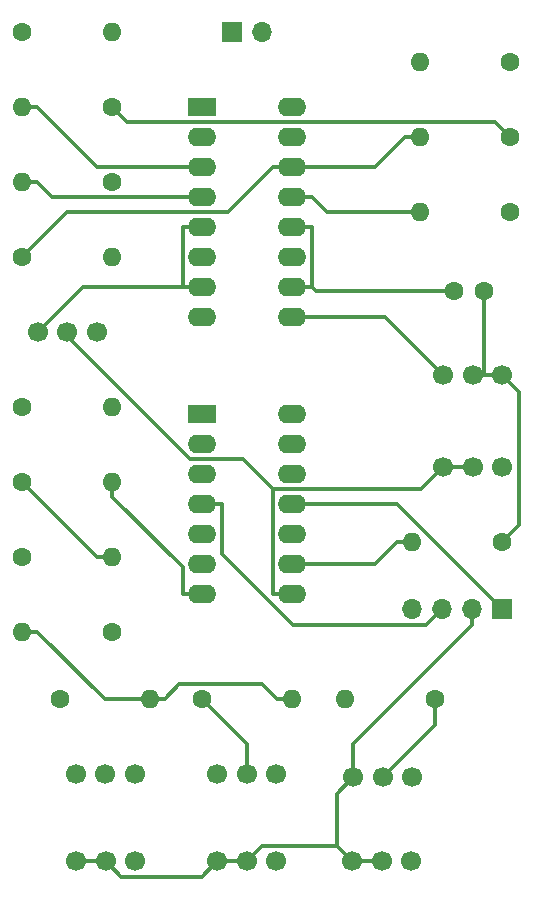
<source format=gbl>
%TF.GenerationSoftware,KiCad,Pcbnew,(5.1.12)-1*%
%TF.CreationDate,2021-11-26T16:16:20-08:00*%
%TF.ProjectId,VCF_LowPass,5643465f-4c6f-4775-9061-73732e6b6963,rev?*%
%TF.SameCoordinates,Original*%
%TF.FileFunction,Copper,L2,Bot*%
%TF.FilePolarity,Positive*%
%FSLAX46Y46*%
G04 Gerber Fmt 4.6, Leading zero omitted, Abs format (unit mm)*
G04 Created by KiCad (PCBNEW (5.1.12)-1) date 2021-11-26 16:16:20*
%MOMM*%
%LPD*%
G01*
G04 APERTURE LIST*
%TA.AperFunction,ComponentPad*%
%ADD10C,1.700000*%
%TD*%
%TA.AperFunction,ComponentPad*%
%ADD11O,2.400000X1.600000*%
%TD*%
%TA.AperFunction,ComponentPad*%
%ADD12R,2.400000X1.600000*%
%TD*%
%TA.AperFunction,ComponentPad*%
%ADD13C,1.600000*%
%TD*%
%TA.AperFunction,ComponentPad*%
%ADD14R,1.700000X1.700000*%
%TD*%
%TA.AperFunction,ComponentPad*%
%ADD15O,1.700000X1.700000*%
%TD*%
%TA.AperFunction,ComponentPad*%
%ADD16O,1.600000X1.600000*%
%TD*%
%TA.AperFunction,Conductor*%
%ADD17C,0.304800*%
%TD*%
G04 APERTURE END LIST*
D10*
%TO.P,RV4,3*%
%TO.N,Net-(C1-Pad2)*%
X94314000Y-123825000D03*
%TO.P,RV4,2*%
X96814000Y-123825000D03*
%TO.P,RV4,1*%
%TO.N,Net-(R15-Pad2)*%
X99314000Y-123825000D03*
%TD*%
%TO.P,J5,TN*%
%TO.N,Net-(IC1-Pad9)*%
X94314000Y-116078000D03*
%TO.P,J5,T*%
%TO.N,GND*%
X96814000Y-116078000D03*
%TO.P,J5,S*%
X99314000Y-116078000D03*
%TD*%
%TO.P,RV1,3*%
%TO.N,GND*%
X63199000Y-149860000D03*
%TO.P,RV1,2*%
%TO.N,Net-(R1-Pad1)*%
X65699000Y-149860000D03*
%TO.P,RV1,1*%
%TO.N,Net-(J1-PadTN)*%
X68199000Y-149860000D03*
%TD*%
%TO.P,RV3,3*%
%TO.N,GND*%
X86694000Y-150114000D03*
%TO.P,RV3,2*%
%TO.N,Net-(R3-Pad1)*%
X89194000Y-150114000D03*
%TO.P,RV3,1*%
%TO.N,Net-(J3-PadTN)*%
X91694000Y-150114000D03*
%TD*%
%TO.P,RV2,3*%
%TO.N,GND*%
X75184000Y-149860000D03*
%TO.P,RV2,2*%
%TO.N,Net-(R2-Pad1)*%
X77684000Y-149860000D03*
%TO.P,RV2,1*%
%TO.N,Net-(J2-PadTN)*%
X80184000Y-149860000D03*
%TD*%
%TO.P,J1,TN*%
%TO.N,Net-(J1-PadTN)*%
X68246000Y-157226000D03*
%TO.P,J1,T*%
%TO.N,GND*%
X65746000Y-157226000D03*
%TO.P,J1,S*%
X63246000Y-157226000D03*
%TD*%
%TO.P,J2,TN*%
%TO.N,Net-(J2-PadTN)*%
X80184000Y-157226000D03*
%TO.P,J2,T*%
%TO.N,GND*%
X77684000Y-157226000D03*
%TO.P,J2,S*%
X75184000Y-157226000D03*
%TD*%
%TO.P,J3,TN*%
%TO.N,Net-(J3-PadTN)*%
X91614000Y-157226000D03*
%TO.P,J3,T*%
%TO.N,GND*%
X89114000Y-157226000D03*
%TO.P,J3,S*%
X86614000Y-157226000D03*
%TD*%
D11*
%TO.P,IC1,16*%
%TO.N,Net-(IC1-Pad16)*%
X81534000Y-93345000D03*
%TO.P,IC1,8*%
%TO.N,Net-(IC1-Pad8)*%
X73914000Y-111125000D03*
%TO.P,IC1,15*%
%TO.N,Net-(IC1-Pad15)*%
X81534000Y-95885000D03*
%TO.P,IC1,7*%
%TO.N,Net-(C1-Pad1)*%
X73914000Y-108585000D03*
%TO.P,IC1,14*%
%TO.N,Net-(IC1-Pad14)*%
X81534000Y-98425000D03*
%TO.P,IC1,6*%
%TO.N,-12V*%
X73914000Y-106045000D03*
%TO.P,IC1,13*%
%TO.N,Net-(IC1-Pad13)*%
X81534000Y-100965000D03*
%TO.P,IC1,5*%
%TO.N,Net-(C1-Pad1)*%
X73914000Y-103505000D03*
%TO.P,IC1,12*%
%TO.N,Net-(C2-Pad1)*%
X81534000Y-103505000D03*
%TO.P,IC1,4*%
%TO.N,Net-(IC1-Pad4)*%
X73914000Y-100965000D03*
%TO.P,IC1,11*%
%TO.N,+12V*%
X81534000Y-106045000D03*
%TO.P,IC1,3*%
%TO.N,Net-(IC1-Pad3)*%
X73914000Y-98425000D03*
%TO.P,IC1,10*%
%TO.N,Net-(C2-Pad1)*%
X81534000Y-108585000D03*
%TO.P,IC1,2*%
%TO.N,Net-(IC1-Pad2)*%
X73914000Y-95885000D03*
%TO.P,IC1,9*%
%TO.N,Net-(IC1-Pad9)*%
X81534000Y-111125000D03*
D12*
%TO.P,IC1,1*%
%TO.N,Net-(IC1-Pad1)*%
X73914000Y-93345000D03*
%TD*%
D13*
%TO.P,C2,1*%
%TO.N,Net-(C2-Pad1)*%
X95250000Y-108966000D03*
%TO.P,C2,2*%
%TO.N,GND*%
X97750000Y-108966000D03*
%TD*%
D14*
%TO.P,J4,1*%
%TO.N,Net-(IC1-Pad1)*%
X76454000Y-86995000D03*
D15*
%TO.P,J4,2*%
%TO.N,Net-(IC1-Pad16)*%
X78994000Y-86995000D03*
%TD*%
D14*
%TO.P,J6,1*%
%TO.N,-12V*%
X99314000Y-135890000D03*
D15*
%TO.P,J6,2*%
%TO.N,GND*%
X96774000Y-135890000D03*
%TO.P,J6,3*%
%TO.N,+12V*%
X94234000Y-135890000D03*
%TO.P,J6,4*%
%TO.N,+5V*%
X91694000Y-135890000D03*
%TD*%
D16*
%TO.P,R1,2*%
%TO.N,Net-(R1-Pad2)*%
X69469000Y-143510000D03*
D13*
%TO.P,R1,1*%
%TO.N,Net-(R1-Pad1)*%
X61849000Y-143510000D03*
%TD*%
%TO.P,R2,1*%
%TO.N,Net-(R2-Pad1)*%
X73914000Y-143510000D03*
D16*
%TO.P,R2,2*%
%TO.N,Net-(R1-Pad2)*%
X81534000Y-143510000D03*
%TD*%
%TO.P,R3,2*%
%TO.N,Net-(R1-Pad2)*%
X85979000Y-143510000D03*
D13*
%TO.P,R3,1*%
%TO.N,Net-(R3-Pad1)*%
X93599000Y-143510000D03*
%TD*%
%TO.P,R4,1*%
%TO.N,Net-(R4-Pad1)*%
X66294000Y-137795000D03*
D16*
%TO.P,R4,2*%
%TO.N,Net-(R1-Pad2)*%
X58674000Y-137795000D03*
%TD*%
D13*
%TO.P,R5,1*%
%TO.N,Net-(R4-Pad1)*%
X58674000Y-131445000D03*
D16*
%TO.P,R5,2*%
%TO.N,Net-(R5-Pad2)*%
X66294000Y-131445000D03*
%TD*%
%TO.P,R6,2*%
%TO.N,Net-(R6-Pad2)*%
X66294000Y-125095000D03*
D13*
%TO.P,R6,1*%
%TO.N,Net-(R5-Pad2)*%
X58674000Y-125095000D03*
%TD*%
%TO.P,R7,1*%
%TO.N,Net-(IC1-Pad3)*%
X58674000Y-86995000D03*
D16*
%TO.P,R7,2*%
%TO.N,Net-(R6-Pad2)*%
X66294000Y-86995000D03*
%TD*%
%TO.P,R8,2*%
%TO.N,Net-(IC1-Pad3)*%
X58674000Y-93345000D03*
D13*
%TO.P,R8,1*%
%TO.N,GND*%
X66294000Y-93345000D03*
%TD*%
%TO.P,R9,1*%
%TO.N,Net-(IC1-Pad4)*%
X58674000Y-118745000D03*
D16*
%TO.P,R9,2*%
%TO.N,Net-(IC1-Pad8)*%
X66294000Y-118745000D03*
%TD*%
%TO.P,R10,2*%
%TO.N,Net-(IC1-Pad4)*%
X58674000Y-99695000D03*
D13*
%TO.P,R10,1*%
%TO.N,GND*%
X66294000Y-99695000D03*
%TD*%
%TO.P,R11,1*%
%TO.N,Net-(IC1-Pad14)*%
X58674000Y-106045000D03*
D16*
%TO.P,R11,2*%
%TO.N,Net-(IC1-Pad8)*%
X66294000Y-106045000D03*
%TD*%
%TO.P,R12,2*%
%TO.N,Net-(IC1-Pad14)*%
X92329000Y-95885000D03*
D13*
%TO.P,R12,1*%
%TO.N,GND*%
X99949000Y-95885000D03*
%TD*%
D16*
%TO.P,R13,2*%
%TO.N,Net-(IC1-Pad9)*%
X92329000Y-89535000D03*
D13*
%TO.P,R13,1*%
%TO.N,Net-(IC1-Pad13)*%
X99949000Y-89535000D03*
%TD*%
%TO.P,R14,1*%
%TO.N,GND*%
X99949000Y-102235000D03*
D16*
%TO.P,R14,2*%
%TO.N,Net-(IC1-Pad13)*%
X92329000Y-102235000D03*
%TD*%
D13*
%TO.P,R15,1*%
%TO.N,GND*%
X99314000Y-130175000D03*
D16*
%TO.P,R15,2*%
%TO.N,Net-(R15-Pad2)*%
X91694000Y-130175000D03*
%TD*%
D12*
%TO.P,U1,1*%
%TO.N,Net-(R4-Pad1)*%
X73914000Y-119380000D03*
D11*
%TO.P,U1,8*%
%TO.N,Net-(C1-Pad2)*%
X81534000Y-134620000D03*
%TO.P,U1,2*%
%TO.N,Net-(R1-Pad2)*%
X73914000Y-121920000D03*
%TO.P,U1,9*%
%TO.N,Net-(R15-Pad2)*%
X81534000Y-132080000D03*
%TO.P,U1,3*%
%TO.N,GND*%
X73914000Y-124460000D03*
%TO.P,U1,10*%
%TO.N,Net-(IC1-Pad9)*%
X81534000Y-129540000D03*
%TO.P,U1,4*%
%TO.N,+12V*%
X73914000Y-127000000D03*
%TO.P,U1,11*%
%TO.N,-12V*%
X81534000Y-127000000D03*
%TO.P,U1,5*%
%TO.N,GND*%
X73914000Y-129540000D03*
%TO.P,U1,12*%
%TO.N,N/C*%
X81534000Y-124460000D03*
%TO.P,U1,6*%
%TO.N,Net-(R5-Pad2)*%
X73914000Y-132080000D03*
%TO.P,U1,13*%
%TO.N,N/C*%
X81534000Y-121920000D03*
%TO.P,U1,7*%
%TO.N,Net-(R6-Pad2)*%
X73914000Y-134620000D03*
%TO.P,U1,14*%
%TO.N,N/C*%
X81534000Y-119380000D03*
%TD*%
D10*
%TO.P,C1,1*%
%TO.N,Net-(C1-Pad1)*%
X59984000Y-112395000D03*
%TO.P,C1,2*%
%TO.N,Net-(C1-Pad2)*%
X62484000Y-112395000D03*
%TO.P,C1,3*%
%TO.N,N/C*%
X64984000Y-112395000D03*
%TD*%
D17*
%TO.N,Net-(C1-Pad2)*%
X79876500Y-125730000D02*
X92409000Y-125730000D01*
X92409000Y-125730000D02*
X94314000Y-123825000D01*
X62484000Y-112395000D02*
X62484000Y-112749400D01*
X62484000Y-112749400D02*
X72924600Y-123190000D01*
X72924600Y-123190000D02*
X77336500Y-123190000D01*
X77336500Y-123190000D02*
X79876500Y-125730000D01*
X79876500Y-125730000D02*
X79876500Y-134620000D01*
X81534000Y-134620000D02*
X79876500Y-134620000D01*
X96814000Y-123825000D02*
X94314000Y-123825000D01*
%TO.N,Net-(C1-Pad1)*%
X59984000Y-112395000D02*
X63794000Y-108585000D01*
X63794000Y-108585000D02*
X72256500Y-108585000D01*
X73914000Y-108585000D02*
X72256500Y-108585000D01*
X73914000Y-103505000D02*
X72256500Y-103505000D01*
X72256500Y-103505000D02*
X72256500Y-108585000D01*
%TO.N,Net-(C2-Pad1)*%
X81534000Y-103505000D02*
X83191500Y-103505000D01*
X83191500Y-108585000D02*
X83191500Y-103505000D01*
X83039000Y-108585000D02*
X83191500Y-108585000D01*
X81534000Y-108585000D02*
X83039000Y-108585000D01*
X95250000Y-108966000D02*
X83572500Y-108966000D01*
X83572500Y-108966000D02*
X83191500Y-108585000D01*
%TO.N,GND*%
X99314000Y-130175000D02*
X100703100Y-128785900D01*
X100703100Y-128785900D02*
X100703100Y-117467100D01*
X100703100Y-117467100D02*
X99314000Y-116078000D01*
X97750000Y-116078000D02*
X96814000Y-116078000D01*
X99314000Y-116078000D02*
X97750000Y-116078000D01*
X97750000Y-116078000D02*
X97750000Y-108966000D01*
X85303200Y-155915200D02*
X86614000Y-157226000D01*
X77684000Y-157226000D02*
X78994800Y-155915200D01*
X78994800Y-155915200D02*
X85303200Y-155915200D01*
X85303200Y-155915200D02*
X85303200Y-151504800D01*
X85303200Y-151504800D02*
X86694000Y-150114000D01*
X99949000Y-95885000D02*
X98666600Y-94602600D01*
X98666600Y-94602600D02*
X67551600Y-94602600D01*
X67551600Y-94602600D02*
X66294000Y-93345000D01*
X75184000Y-157226000D02*
X73870500Y-158539500D01*
X73870500Y-158539500D02*
X67059500Y-158539500D01*
X67059500Y-158539500D02*
X65746000Y-157226000D01*
X77684000Y-157226000D02*
X75184000Y-157226000D01*
X96774000Y-135890000D02*
X96774000Y-137197500D01*
X96774000Y-137197500D02*
X86694000Y-147277500D01*
X86694000Y-147277500D02*
X86694000Y-150114000D01*
X63246000Y-157226000D02*
X65746000Y-157226000D01*
X86614000Y-157226000D02*
X89114000Y-157226000D01*
%TO.N,Net-(IC1-Pad3)*%
X58674000Y-93345000D02*
X59931500Y-93345000D01*
X59931500Y-93345000D02*
X65011500Y-98425000D01*
X65011500Y-98425000D02*
X73914000Y-98425000D01*
%TO.N,Net-(IC1-Pad4)*%
X58674000Y-99695000D02*
X59931500Y-99695000D01*
X59931500Y-99695000D02*
X61201500Y-100965000D01*
X61201500Y-100965000D02*
X73914000Y-100965000D01*
%TO.N,-12V*%
X81534000Y-127000000D02*
X90424000Y-127000000D01*
X90424000Y-127000000D02*
X99314000Y-135890000D01*
%TO.N,Net-(IC1-Pad9)*%
X81534000Y-111125000D02*
X89361000Y-111125000D01*
X89361000Y-111125000D02*
X94314000Y-116078000D01*
%TO.N,+12V*%
X73914000Y-127000000D02*
X75571500Y-127000000D01*
X75571500Y-127000000D02*
X75571500Y-131189100D01*
X75571500Y-131189100D02*
X81633700Y-137251300D01*
X81633700Y-137251300D02*
X92872700Y-137251300D01*
X92872700Y-137251300D02*
X94234000Y-135890000D01*
%TO.N,Net-(IC1-Pad13)*%
X81534000Y-100965000D02*
X83191500Y-100965000D01*
X92329000Y-102235000D02*
X84461500Y-102235000D01*
X84461500Y-102235000D02*
X83191500Y-100965000D01*
%TO.N,Net-(IC1-Pad14)*%
X81534000Y-98425000D02*
X79876500Y-98425000D01*
X58674000Y-106045000D02*
X62484000Y-102235000D01*
X62484000Y-102235000D02*
X76066500Y-102235000D01*
X76066500Y-102235000D02*
X79876500Y-98425000D01*
X92329000Y-95885000D02*
X91071500Y-95885000D01*
X81534000Y-98425000D02*
X88531500Y-98425000D01*
X88531500Y-98425000D02*
X91071500Y-95885000D01*
%TO.N,Net-(R1-Pad2)*%
X81534000Y-143510000D02*
X80276500Y-143510000D01*
X80276500Y-143510000D02*
X79010900Y-142244400D01*
X79010900Y-142244400D02*
X71992100Y-142244400D01*
X71992100Y-142244400D02*
X70726500Y-143510000D01*
X69469000Y-143510000D02*
X70726500Y-143510000D01*
X58674000Y-137795000D02*
X59931500Y-137795000D01*
X59931500Y-137795000D02*
X65646500Y-143510000D01*
X65646500Y-143510000D02*
X69469000Y-143510000D01*
%TO.N,Net-(R2-Pad1)*%
X73914000Y-143510000D02*
X77684000Y-147280000D01*
X77684000Y-147280000D02*
X77684000Y-149860000D01*
%TO.N,Net-(R3-Pad1)*%
X93599000Y-143510000D02*
X93599000Y-145709000D01*
X93599000Y-145709000D02*
X89194000Y-150114000D01*
%TO.N,Net-(R5-Pad2)*%
X66294000Y-131445000D02*
X65036500Y-131445000D01*
X65036500Y-131445000D02*
X58686500Y-125095000D01*
X58686500Y-125095000D02*
X58674000Y-125095000D01*
%TO.N,Net-(R6-Pad2)*%
X66294000Y-125095000D02*
X66294000Y-126352500D01*
X73914000Y-134620000D02*
X72256500Y-134620000D01*
X72256500Y-134620000D02*
X72256500Y-132315000D01*
X72256500Y-132315000D02*
X66294000Y-126352500D01*
%TO.N,Net-(R15-Pad2)*%
X91694000Y-130175000D02*
X90436500Y-130175000D01*
X81534000Y-132080000D02*
X88531500Y-132080000D01*
X88531500Y-132080000D02*
X90436500Y-130175000D01*
%TD*%
M02*

</source>
